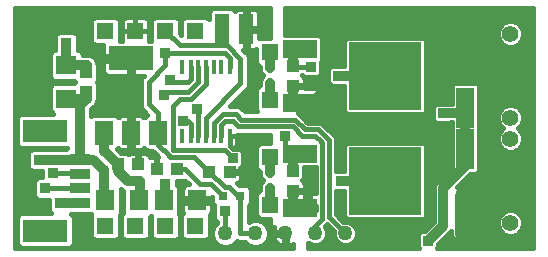
<source format=gbr>
G75*
%MOIN*%
%OFA0B0*%
%FSLAX25Y25*%
%IPPOS*%
%LPD*%
%AMOC8*
5,1,8,0,0,1.08239X$1,22.5*
%
%ADD10R,0.04331X0.03937*%
%ADD11R,0.05000X0.10000*%
%ADD12C,0.05000*%
%ADD13R,0.24409X0.22835*%
%ADD14R,0.11811X0.06299*%
%ADD15R,0.05600X0.05600*%
%ADD16R,0.01575X0.04724*%
%ADD17C,0.05600*%
%ADD18R,0.03150X0.03150*%
%ADD19R,0.03937X0.04331*%
%ADD20R,0.06299X0.07087*%
%ADD21R,0.07087X0.06299*%
%ADD22R,0.05900X0.07900*%
%ADD23R,0.15000X0.07900*%
%ADD24R,0.06299X0.13780*%
%ADD25R,0.01969X0.02756*%
%ADD26R,0.15000X0.07600*%
%ADD27R,0.07000X0.03600*%
%ADD28C,0.01600*%
%ADD29R,0.03562X0.03562*%
%ADD30C,0.03200*%
%ADD31C,0.10000*%
%ADD32C,0.07000*%
D10*
X0046654Y0030500D03*
X0053346Y0030500D03*
X0077154Y0028000D03*
X0083846Y0028000D03*
X0105000Y0056654D03*
X0105000Y0063346D03*
X0105000Y0021654D03*
X0105000Y0028346D03*
D11*
X0081500Y0075500D03*
X0089500Y0075500D03*
D12*
X0122500Y0007500D03*
X0112500Y0007500D03*
X0092500Y0007500D03*
X0082500Y0007500D03*
X0102500Y0007500D03*
D13*
X0135768Y0060000D03*
X0135768Y0025000D03*
D14*
X0107500Y0069055D03*
X0107500Y0050945D03*
X0107500Y0034055D03*
X0107500Y0015945D03*
D15*
X0062500Y0075000D03*
X0072500Y0075000D03*
X0052500Y0075000D03*
X0042500Y0075000D03*
X0042500Y0010000D03*
X0052500Y0010000D03*
X0062500Y0010000D03*
X0072500Y0010000D03*
X0097500Y0052126D03*
X0097500Y0067874D03*
X0097500Y0017126D03*
X0097500Y0032874D03*
D16*
X0083874Y0063016D03*
X0081118Y0063016D03*
X0078559Y0063016D03*
X0076000Y0063016D03*
X0073441Y0063016D03*
X0070882Y0063016D03*
X0068126Y0063016D03*
X0068126Y0039984D03*
X0070882Y0039984D03*
X0073441Y0039984D03*
X0076000Y0039984D03*
X0078559Y0039984D03*
X0081118Y0039984D03*
X0083874Y0039984D03*
D17*
X0177500Y0046000D03*
X0177500Y0074000D03*
X0177500Y0011000D03*
X0177500Y0039000D03*
D18*
X0081547Y0020000D03*
X0087453Y0020000D03*
D19*
X0059654Y0029000D03*
X0066346Y0029000D03*
X0036000Y0054654D03*
X0036000Y0061346D03*
D20*
X0042488Y0018500D03*
X0053512Y0018500D03*
X0061988Y0018500D03*
X0073012Y0018500D03*
D21*
X0029500Y0052488D03*
X0029500Y0063512D03*
D22*
X0042100Y0041100D03*
X0051100Y0041100D03*
X0060100Y0041100D03*
D23*
X0051000Y0065900D03*
D24*
X0162500Y0049370D03*
X0162500Y0070630D03*
X0162500Y0035630D03*
X0162500Y0014370D03*
D25*
X0097500Y0062756D03*
X0097500Y0057638D03*
X0097500Y0027756D03*
X0097500Y0022638D03*
D26*
X0022445Y0008425D03*
X0022445Y0041654D03*
D27*
X0034177Y0032244D03*
X0034177Y0027402D03*
X0034177Y0022559D03*
X0034177Y0017638D03*
D28*
X0087453Y0020000D02*
X0087500Y0019953D01*
X0061000Y0042000D02*
X0060100Y0041100D01*
X0087453Y0020000D02*
X0087453Y0007547D01*
X0087500Y0007500D01*
X0092500Y0007500D01*
X0083874Y0063016D02*
X0083874Y0066126D01*
X0062500Y0067500D02*
X0082500Y0067500D01*
X0083874Y0066126D01*
X0077154Y0028000D02*
X0082179Y0022975D01*
X0083702Y0022975D01*
X0087453Y0020000D02*
X0086677Y0020000D01*
X0083702Y0022975D01*
X0062500Y0067500D02*
X0062500Y0063500D01*
X0057000Y0058000D01*
X0057000Y0050500D01*
X0060000Y0047500D01*
X0060000Y0041200D01*
X0060100Y0041100D01*
X0060100Y0036989D01*
X0063544Y0033544D01*
X0063661Y0033428D01*
X0063544Y0033544D02*
X0064089Y0033000D01*
X0077154Y0028000D02*
X0072154Y0033000D01*
X0064089Y0033000D01*
X0046741Y0036013D02*
X0047045Y0035710D01*
X0047455Y0035473D01*
X0047913Y0035350D01*
X0050425Y0035350D01*
X0050425Y0040425D01*
X0051775Y0040425D01*
X0051775Y0035350D01*
X0054287Y0035350D01*
X0054745Y0035473D01*
X0055155Y0035710D01*
X0055459Y0036013D01*
X0056322Y0035150D01*
X0057979Y0035150D01*
X0058514Y0034615D01*
X0058514Y0034615D01*
X0060164Y0032965D01*
X0059838Y0032965D01*
X0059838Y0029184D01*
X0059469Y0029184D01*
X0059469Y0032965D01*
X0057448Y0032965D01*
X0057256Y0032914D01*
X0057189Y0033163D01*
X0056952Y0033574D01*
X0056617Y0033909D01*
X0056207Y0034146D01*
X0055749Y0034268D01*
X0053531Y0034268D01*
X0053531Y0030684D01*
X0053162Y0030684D01*
X0053162Y0034268D01*
X0050944Y0034268D01*
X0050486Y0034146D01*
X0050159Y0033957D01*
X0049647Y0034468D01*
X0047776Y0034468D01*
X0046487Y0035758D01*
X0046741Y0036013D01*
X0087497Y0049574D02*
X0086468Y0050000D01*
X0083960Y0050000D01*
X0089086Y0055126D01*
X0089874Y0055914D01*
X0090300Y0056943D01*
X0090300Y0066168D01*
X0089874Y0067197D01*
X0088371Y0068700D01*
X0089050Y0068700D01*
X0089050Y0075050D01*
X0089950Y0075050D01*
X0089950Y0068700D01*
X0092237Y0068700D01*
X0092695Y0068823D01*
X0092700Y0068826D01*
X0092700Y0064246D01*
X0093872Y0063074D01*
X0093900Y0063074D01*
X0093900Y0062040D01*
X0094448Y0060717D01*
X0094516Y0060649D01*
X0094516Y0060550D01*
X0094868Y0060197D01*
X0094516Y0059844D01*
X0094516Y0059745D01*
X0094448Y0059677D01*
X0093900Y0058354D01*
X0093900Y0056926D01*
X0093872Y0056926D01*
X0092700Y0055754D01*
X0092700Y0048498D01*
X0093016Y0048181D01*
X0088890Y0048181D01*
X0087497Y0049574D01*
X0047700Y0013628D02*
X0047700Y0006372D01*
X0048872Y0005200D01*
X0056128Y0005200D01*
X0057300Y0006372D01*
X0057300Y0012957D01*
X0057490Y0012957D01*
X0057700Y0013167D01*
X0057700Y0006372D01*
X0058872Y0005200D01*
X0066128Y0005200D01*
X0067300Y0006372D01*
X0067300Y0013628D01*
X0066969Y0013959D01*
X0067138Y0014128D01*
X0067138Y0022872D01*
X0066281Y0023728D01*
X0066281Y0024835D01*
X0069143Y0024835D01*
X0069174Y0024866D01*
X0070197Y0023843D01*
X0069625Y0023843D01*
X0069167Y0023721D01*
X0068757Y0023484D01*
X0068422Y0023149D01*
X0068185Y0022738D01*
X0068062Y0022280D01*
X0068062Y0019275D01*
X0072237Y0019275D01*
X0072237Y0017725D01*
X0068062Y0017725D01*
X0068062Y0014720D01*
X0068185Y0014262D01*
X0068239Y0014168D01*
X0067700Y0013628D01*
X0067700Y0006372D01*
X0068872Y0005200D01*
X0076128Y0005200D01*
X0077300Y0006372D01*
X0077300Y0013550D01*
X0077602Y0013851D01*
X0077839Y0014262D01*
X0077961Y0014720D01*
X0077961Y0017725D01*
X0073787Y0017725D01*
X0073787Y0019275D01*
X0077961Y0019275D01*
X0077961Y0019626D01*
X0077972Y0019615D01*
X0077972Y0017597D01*
X0078719Y0016850D01*
X0078719Y0012390D01*
X0079700Y0011409D01*
X0079700Y0011064D01*
X0078685Y0010049D01*
X0078000Y0008395D01*
X0078000Y0006605D01*
X0078685Y0004951D01*
X0079951Y0003685D01*
X0081605Y0003000D01*
X0083395Y0003000D01*
X0085049Y0003685D01*
X0086315Y0004951D01*
X0086318Y0004959D01*
X0086943Y0004700D01*
X0088936Y0004700D01*
X0089951Y0003685D01*
X0091605Y0003000D01*
X0093395Y0003000D01*
X0095049Y0003685D01*
X0096315Y0004951D01*
X0097000Y0006605D01*
X0097000Y0008395D01*
X0096315Y0010049D01*
X0095049Y0011315D01*
X0093395Y0012000D01*
X0091605Y0012000D01*
X0090253Y0011440D01*
X0090253Y0016822D01*
X0091028Y0017597D01*
X0091028Y0022403D01*
X0089856Y0023575D01*
X0087062Y0023575D01*
X0086372Y0024265D01*
X0086707Y0024354D01*
X0087117Y0024591D01*
X0087452Y0024926D01*
X0087689Y0025337D01*
X0087812Y0025795D01*
X0087812Y0027816D01*
X0084031Y0027816D01*
X0084031Y0028184D01*
X0087812Y0028184D01*
X0087812Y0028921D01*
X0088781Y0029890D01*
X0088781Y0035110D01*
X0087610Y0036281D01*
X0085866Y0036281D01*
X0086102Y0036517D01*
X0086339Y0036927D01*
X0086461Y0037385D01*
X0086461Y0039984D01*
X0083918Y0039984D01*
X0083918Y0039984D01*
X0086461Y0039984D01*
X0086461Y0040381D01*
X0097500Y0040381D01*
X0097500Y0037674D01*
X0093872Y0037674D01*
X0092700Y0036502D01*
X0092700Y0029246D01*
X0093872Y0028074D01*
X0093900Y0028074D01*
X0093900Y0027040D01*
X0094448Y0025717D01*
X0094516Y0025649D01*
X0094516Y0025550D01*
X0094868Y0025197D01*
X0094516Y0024844D01*
X0094516Y0024745D01*
X0094448Y0024677D01*
X0093900Y0023354D01*
X0093900Y0021926D01*
X0093872Y0021926D01*
X0092700Y0020754D01*
X0092700Y0013498D01*
X0093872Y0012326D01*
X0097500Y0012326D01*
X0097500Y0009500D01*
X0098693Y0009500D01*
X0098515Y0009151D01*
X0098306Y0008507D01*
X0098218Y0007950D01*
X0102050Y0007950D01*
X0102050Y0007050D01*
X0098218Y0007050D01*
X0098306Y0006493D01*
X0098515Y0005849D01*
X0098822Y0005246D01*
X0099220Y0004699D01*
X0099699Y0004220D01*
X0100246Y0003822D01*
X0100849Y0003515D01*
X0101493Y0003306D01*
X0102050Y0003218D01*
X0102050Y0007050D01*
X0102950Y0007050D01*
X0102950Y0003218D01*
X0103507Y0003306D01*
X0104151Y0003515D01*
X0104754Y0003822D01*
X0105000Y0004001D01*
X0105000Y0002500D01*
X0012500Y0002500D01*
X0012500Y0082500D01*
X0097500Y0082500D01*
X0097500Y0072674D01*
X0093872Y0072674D01*
X0093800Y0072602D01*
X0093800Y0075050D01*
X0089950Y0075050D01*
X0089950Y0075950D01*
X0093800Y0075950D01*
X0093800Y0080737D01*
X0093677Y0081195D01*
X0093440Y0081605D01*
X0093105Y0081940D01*
X0092695Y0082177D01*
X0092237Y0082300D01*
X0089950Y0082300D01*
X0089950Y0075950D01*
X0089050Y0075950D01*
X0089050Y0082300D01*
X0086763Y0082300D01*
X0086305Y0082177D01*
X0085895Y0081940D01*
X0085641Y0081687D01*
X0084828Y0082500D01*
X0078172Y0082500D01*
X0077000Y0081328D01*
X0077000Y0078928D01*
X0076128Y0079800D01*
X0068872Y0079800D01*
X0067700Y0078628D01*
X0067700Y0073760D01*
X0067300Y0074160D01*
X0067300Y0078628D01*
X0066128Y0079800D01*
X0058872Y0079800D01*
X0057700Y0078628D01*
X0057700Y0071650D01*
X0057016Y0071650D01*
X0057100Y0071963D01*
X0057100Y0075000D01*
X0052500Y0075000D01*
X0052500Y0075000D01*
X0057100Y0075000D01*
X0057100Y0078037D01*
X0056977Y0078495D01*
X0056740Y0078905D01*
X0056405Y0079240D01*
X0055995Y0079477D01*
X0055537Y0079600D01*
X0052500Y0079600D01*
X0052500Y0075000D01*
X0052500Y0075000D01*
X0052500Y0079600D01*
X0049463Y0079600D01*
X0049005Y0079477D01*
X0048595Y0079240D01*
X0048260Y0078905D01*
X0048023Y0078495D01*
X0047900Y0078037D01*
X0047900Y0075000D01*
X0052500Y0075000D01*
X0052500Y0075000D01*
X0047900Y0075000D01*
X0047900Y0071963D01*
X0047984Y0071650D01*
X0047300Y0071650D01*
X0047300Y0078628D01*
X0046128Y0079800D01*
X0038872Y0079800D01*
X0037700Y0078628D01*
X0037700Y0071372D01*
X0038872Y0070200D01*
X0041730Y0070200D01*
X0041700Y0070087D01*
X0041700Y0066700D01*
X0050200Y0066700D01*
X0050200Y0065100D01*
X0041700Y0065100D01*
X0041700Y0061713D01*
X0041823Y0061255D01*
X0042060Y0060845D01*
X0042395Y0060510D01*
X0042805Y0060273D01*
X0043263Y0060150D01*
X0050200Y0060150D01*
X0050200Y0065100D01*
X0051800Y0065100D01*
X0051800Y0060150D01*
X0055190Y0060150D01*
X0054626Y0059586D01*
X0054200Y0058557D01*
X0054200Y0049943D01*
X0054626Y0048914D01*
X0056490Y0047050D01*
X0056322Y0047050D01*
X0055459Y0046187D01*
X0055155Y0046490D01*
X0054745Y0046727D01*
X0054287Y0046850D01*
X0051775Y0046850D01*
X0051775Y0041775D01*
X0050425Y0041775D01*
X0050425Y0046850D01*
X0047913Y0046850D01*
X0047455Y0046727D01*
X0047045Y0046490D01*
X0046741Y0046187D01*
X0045878Y0047050D01*
X0038322Y0047050D01*
X0037777Y0046506D01*
X0037777Y0048840D01*
X0038574Y0049636D01*
X0038816Y0049784D01*
X0039076Y0050138D01*
X0039387Y0050449D01*
X0039495Y0050711D01*
X0039662Y0050939D01*
X0039766Y0051366D01*
X0039831Y0051523D01*
X0039968Y0051660D01*
X0039968Y0052194D01*
X0040002Y0052330D01*
X0039968Y0052546D01*
X0039968Y0057647D01*
X0039616Y0058000D01*
X0039968Y0058353D01*
X0039968Y0063454D01*
X0040002Y0063670D01*
X0039968Y0063806D01*
X0039968Y0064340D01*
X0039831Y0064477D01*
X0039766Y0064634D01*
X0039662Y0065061D01*
X0039495Y0065289D01*
X0039387Y0065551D01*
X0039076Y0065862D01*
X0038816Y0066216D01*
X0038574Y0066364D01*
X0038374Y0066564D01*
X0037968Y0066732D01*
X0037592Y0066960D01*
X0037312Y0067003D01*
X0037051Y0067112D01*
X0036611Y0067112D01*
X0036177Y0067179D01*
X0035902Y0067112D01*
X0035043Y0067112D01*
X0035043Y0067490D01*
X0033872Y0068661D01*
X0033281Y0068661D01*
X0033281Y0073610D01*
X0032110Y0074781D01*
X0026890Y0074781D01*
X0025719Y0073610D01*
X0025719Y0068661D01*
X0025128Y0068661D01*
X0023957Y0067490D01*
X0023957Y0059534D01*
X0025128Y0058362D01*
X0032031Y0058362D01*
X0032031Y0058353D01*
X0032384Y0058000D01*
X0032031Y0057647D01*
X0032031Y0057638D01*
X0025128Y0057638D01*
X0023957Y0056466D01*
X0023957Y0048510D01*
X0025013Y0047454D01*
X0014116Y0047454D01*
X0012945Y0046282D01*
X0012945Y0037025D01*
X0014116Y0035854D01*
X0029658Y0035854D01*
X0029405Y0035600D01*
X0023291Y0035600D01*
X0023110Y0035781D01*
X0017890Y0035781D01*
X0016719Y0034610D01*
X0016719Y0029390D01*
X0017890Y0028219D01*
X0021219Y0028219D01*
X0021219Y0026281D01*
X0019890Y0026281D01*
X0018719Y0025110D01*
X0018719Y0019890D01*
X0019890Y0018719D01*
X0023719Y0018719D01*
X0023719Y0014890D01*
X0024384Y0014225D01*
X0014116Y0014225D01*
X0012945Y0013054D01*
X0012945Y0003797D01*
X0014116Y0002625D01*
X0030773Y0002625D01*
X0031945Y0003797D01*
X0031945Y0013054D01*
X0031161Y0013838D01*
X0037629Y0013838D01*
X0037769Y0013698D01*
X0037700Y0013628D01*
X0037700Y0006372D01*
X0038872Y0005200D01*
X0046128Y0005200D01*
X0047300Y0006372D01*
X0047300Y0013628D01*
X0047219Y0013709D01*
X0047638Y0014128D01*
X0047638Y0022271D01*
X0047961Y0021948D01*
X0048362Y0021782D01*
X0048362Y0014291D01*
X0047700Y0013628D01*
X0013545Y0003197D02*
X0012500Y0003197D01*
X0031345Y0003197D02*
X0081129Y0003197D01*
X0083871Y0003197D02*
X0091129Y0003197D01*
X0093871Y0003197D02*
X0105000Y0003197D01*
X0012945Y0004796D02*
X0012500Y0004796D01*
X0031945Y0004796D02*
X0078840Y0004796D01*
X0086159Y0004796D02*
X0086712Y0004796D01*
X0096159Y0004796D02*
X0099150Y0004796D01*
X0102050Y0004796D02*
X0102950Y0004796D01*
X0012945Y0006394D02*
X0012500Y0006394D01*
X0031945Y0006394D02*
X0037700Y0006394D01*
X0047300Y0006394D02*
X0047700Y0006394D01*
X0057300Y0006394D02*
X0057700Y0006394D01*
X0067300Y0006394D02*
X0067700Y0006394D01*
X0077300Y0006394D02*
X0078087Y0006394D01*
X0096913Y0006394D02*
X0098338Y0006394D01*
X0102050Y0006394D02*
X0102950Y0006394D01*
X0012945Y0007993D02*
X0012500Y0007993D01*
X0031945Y0007993D02*
X0037700Y0007993D01*
X0047300Y0007993D02*
X0047700Y0007993D01*
X0057300Y0007993D02*
X0057700Y0007993D01*
X0067300Y0007993D02*
X0067700Y0007993D01*
X0077300Y0007993D02*
X0078000Y0007993D01*
X0097000Y0007993D02*
X0098224Y0007993D01*
X0012945Y0009591D02*
X0012500Y0009591D01*
X0031945Y0009591D02*
X0037700Y0009591D01*
X0047300Y0009591D02*
X0047700Y0009591D01*
X0057300Y0009591D02*
X0057700Y0009591D01*
X0067300Y0009591D02*
X0067700Y0009591D01*
X0077300Y0009591D02*
X0078495Y0009591D01*
X0096505Y0009591D02*
X0097500Y0009591D01*
X0012945Y0011190D02*
X0012500Y0011190D01*
X0031945Y0011190D02*
X0037700Y0011190D01*
X0047300Y0011190D02*
X0047700Y0011190D01*
X0057300Y0011190D02*
X0057700Y0011190D01*
X0067300Y0011190D02*
X0067700Y0011190D01*
X0077300Y0011190D02*
X0079700Y0011190D01*
X0095174Y0011190D02*
X0097500Y0011190D01*
X0012945Y0012788D02*
X0012500Y0012788D01*
X0031945Y0012788D02*
X0037700Y0012788D01*
X0047300Y0012788D02*
X0047700Y0012788D01*
X0057300Y0012788D02*
X0057700Y0012788D01*
X0067300Y0012788D02*
X0067700Y0012788D01*
X0077300Y0012788D02*
X0078719Y0012788D01*
X0090253Y0012788D02*
X0093409Y0012788D01*
X0024223Y0014387D02*
X0012500Y0014387D01*
X0047638Y0014387D02*
X0048362Y0014387D01*
X0067138Y0014387D02*
X0068151Y0014387D01*
X0077872Y0014387D02*
X0078719Y0014387D01*
X0090253Y0014387D02*
X0092700Y0014387D01*
X0023719Y0015985D02*
X0012500Y0015985D01*
X0047638Y0015985D02*
X0048362Y0015985D01*
X0067138Y0015985D02*
X0068062Y0015985D01*
X0077961Y0015985D02*
X0078719Y0015985D01*
X0090253Y0015985D02*
X0092700Y0015985D01*
X0023719Y0017584D02*
X0012500Y0017584D01*
X0047638Y0017584D02*
X0048362Y0017584D01*
X0067138Y0017584D02*
X0068062Y0017584D01*
X0077961Y0017584D02*
X0077986Y0017584D01*
X0091014Y0017584D02*
X0092700Y0017584D01*
X0019427Y0019182D02*
X0012500Y0019182D01*
X0047638Y0019182D02*
X0048362Y0019182D01*
X0067138Y0019182D02*
X0072237Y0019182D01*
X0073787Y0019182D02*
X0077972Y0019182D01*
X0091028Y0019182D02*
X0092700Y0019182D01*
X0018719Y0020781D02*
X0012500Y0020781D01*
X0047638Y0020781D02*
X0048362Y0020781D01*
X0067138Y0020781D02*
X0068062Y0020781D01*
X0091028Y0020781D02*
X0092726Y0020781D01*
X0018719Y0022379D02*
X0012500Y0022379D01*
X0067138Y0022379D02*
X0068089Y0022379D01*
X0091028Y0022379D02*
X0093900Y0022379D01*
X0018719Y0023978D02*
X0012500Y0023978D01*
X0066281Y0023978D02*
X0070063Y0023978D01*
X0086659Y0023978D02*
X0094158Y0023978D01*
X0019186Y0025576D02*
X0012500Y0025576D01*
X0087753Y0025576D02*
X0094516Y0025576D01*
X0021219Y0027175D02*
X0012500Y0027175D01*
X0087812Y0027175D02*
X0093900Y0027175D01*
X0017336Y0028773D02*
X0012500Y0028773D01*
X0087812Y0028773D02*
X0093172Y0028773D01*
X0016719Y0030372D02*
X0012500Y0030372D01*
X0059469Y0030372D02*
X0059838Y0030372D01*
X0088781Y0030372D02*
X0092700Y0030372D01*
X0016719Y0031970D02*
X0012500Y0031970D01*
X0053162Y0031970D02*
X0053531Y0031970D01*
X0059469Y0031970D02*
X0059838Y0031970D01*
X0088781Y0031970D02*
X0092700Y0031970D01*
X0016719Y0033569D02*
X0012500Y0033569D01*
X0053162Y0033569D02*
X0053531Y0033569D01*
X0056955Y0033569D02*
X0059560Y0033569D01*
X0088781Y0033569D02*
X0092700Y0033569D01*
X0017277Y0035167D02*
X0012500Y0035167D01*
X0047077Y0035167D02*
X0056304Y0035167D01*
X0088723Y0035167D02*
X0092700Y0035167D01*
X0013204Y0036766D02*
X0012500Y0036766D01*
X0050425Y0036766D02*
X0051775Y0036766D01*
X0086245Y0036766D02*
X0092963Y0036766D01*
X0012945Y0038364D02*
X0012500Y0038364D01*
X0050425Y0038364D02*
X0051775Y0038364D01*
X0086461Y0038364D02*
X0097500Y0038364D01*
X0012945Y0039963D02*
X0012500Y0039963D01*
X0050425Y0039963D02*
X0051775Y0039963D01*
X0086461Y0039963D02*
X0097500Y0039963D01*
X0012945Y0041561D02*
X0012500Y0041561D01*
X0012500Y0043160D02*
X0012945Y0043160D01*
X0050425Y0043160D02*
X0051775Y0043160D01*
X0012945Y0044758D02*
X0012500Y0044758D01*
X0050425Y0044758D02*
X0051775Y0044758D01*
X0013020Y0046357D02*
X0012500Y0046357D01*
X0046572Y0046357D02*
X0046911Y0046357D01*
X0050425Y0046357D02*
X0051775Y0046357D01*
X0055289Y0046357D02*
X0055628Y0046357D01*
X0024512Y0047955D02*
X0012500Y0047955D01*
X0037777Y0047955D02*
X0055585Y0047955D01*
X0023957Y0049554D02*
X0012500Y0049554D01*
X0038491Y0049554D02*
X0054361Y0049554D01*
X0087517Y0049554D02*
X0092700Y0049554D01*
X0023957Y0051152D02*
X0012500Y0051152D01*
X0039714Y0051152D02*
X0054200Y0051152D01*
X0085112Y0051152D02*
X0092700Y0051152D01*
X0023957Y0052751D02*
X0012500Y0052751D01*
X0039968Y0052751D02*
X0054200Y0052751D01*
X0086711Y0052751D02*
X0092700Y0052751D01*
X0023957Y0054349D02*
X0012500Y0054349D01*
X0039968Y0054349D02*
X0054200Y0054349D01*
X0088309Y0054349D02*
X0092700Y0054349D01*
X0023957Y0055948D02*
X0012500Y0055948D01*
X0039968Y0055948D02*
X0054200Y0055948D01*
X0089888Y0055948D02*
X0092893Y0055948D01*
X0025037Y0057546D02*
X0012500Y0057546D01*
X0039968Y0057546D02*
X0054200Y0057546D01*
X0090300Y0057546D02*
X0093900Y0057546D01*
X0024346Y0059145D02*
X0012500Y0059145D01*
X0039968Y0059145D02*
X0054444Y0059145D01*
X0090300Y0059145D02*
X0094228Y0059145D01*
X0023957Y0060743D02*
X0012500Y0060743D01*
X0039968Y0060743D02*
X0042161Y0060743D01*
X0050200Y0060743D02*
X0051800Y0060743D01*
X0090300Y0060743D02*
X0094437Y0060743D01*
X0023957Y0062342D02*
X0012500Y0062342D01*
X0039968Y0062342D02*
X0041700Y0062342D01*
X0050200Y0062342D02*
X0051800Y0062342D01*
X0090300Y0062342D02*
X0093900Y0062342D01*
X0023957Y0063940D02*
X0012500Y0063940D01*
X0039968Y0063940D02*
X0041700Y0063940D01*
X0050200Y0063940D02*
X0051800Y0063940D01*
X0090300Y0063940D02*
X0093005Y0063940D01*
X0023957Y0065539D02*
X0012500Y0065539D01*
X0039392Y0065539D02*
X0050200Y0065539D01*
X0090300Y0065539D02*
X0092700Y0065539D01*
X0023957Y0067137D02*
X0012500Y0067137D01*
X0035043Y0067137D02*
X0036007Y0067137D01*
X0036445Y0067137D02*
X0041700Y0067137D01*
X0089899Y0067137D02*
X0092700Y0067137D01*
X0025719Y0068736D02*
X0012500Y0068736D01*
X0033281Y0068736D02*
X0041700Y0068736D01*
X0089050Y0068736D02*
X0089950Y0068736D01*
X0092371Y0068736D02*
X0092700Y0068736D01*
X0025719Y0070334D02*
X0012500Y0070334D01*
X0033281Y0070334D02*
X0038737Y0070334D01*
X0089050Y0070334D02*
X0089950Y0070334D01*
X0025719Y0071933D02*
X0012500Y0071933D01*
X0033281Y0071933D02*
X0037700Y0071933D01*
X0047300Y0071933D02*
X0047908Y0071933D01*
X0057092Y0071933D02*
X0057700Y0071933D01*
X0089050Y0071933D02*
X0089950Y0071933D01*
X0025719Y0073532D02*
X0012500Y0073532D01*
X0033281Y0073532D02*
X0037700Y0073532D01*
X0047300Y0073532D02*
X0047900Y0073532D01*
X0057100Y0073532D02*
X0057700Y0073532D01*
X0089050Y0073532D02*
X0089950Y0073532D01*
X0093800Y0073532D02*
X0097500Y0073532D01*
X0037700Y0075130D02*
X0012500Y0075130D01*
X0047300Y0075130D02*
X0047900Y0075130D01*
X0052500Y0075130D02*
X0052500Y0075130D01*
X0057100Y0075130D02*
X0057700Y0075130D01*
X0067300Y0075130D02*
X0067700Y0075130D01*
X0089950Y0075130D02*
X0097500Y0075130D01*
X0037700Y0076729D02*
X0012500Y0076729D01*
X0047300Y0076729D02*
X0047900Y0076729D01*
X0052500Y0076729D02*
X0052500Y0076729D01*
X0057100Y0076729D02*
X0057700Y0076729D01*
X0067300Y0076729D02*
X0067700Y0076729D01*
X0089050Y0076729D02*
X0089950Y0076729D01*
X0093800Y0076729D02*
X0097500Y0076729D01*
X0037700Y0078327D02*
X0012500Y0078327D01*
X0047300Y0078327D02*
X0047978Y0078327D01*
X0052500Y0078327D02*
X0052500Y0078327D01*
X0057022Y0078327D02*
X0057700Y0078327D01*
X0067300Y0078327D02*
X0067700Y0078327D01*
X0089050Y0078327D02*
X0089950Y0078327D01*
X0093800Y0078327D02*
X0097500Y0078327D01*
X0077000Y0079926D02*
X0012500Y0079926D01*
X0089050Y0079926D02*
X0089950Y0079926D01*
X0093800Y0079926D02*
X0097500Y0079926D01*
X0077196Y0081524D02*
X0012500Y0081524D01*
X0089050Y0081524D02*
X0089950Y0081524D01*
X0093487Y0081524D02*
X0097500Y0081524D01*
X0083874Y0039984D02*
X0083874Y0036807D01*
X0085000Y0035681D01*
X0087361Y0035681D01*
X0088181Y0034861D01*
X0088181Y0030139D01*
X0087500Y0029458D01*
X0087500Y0027500D01*
X0084346Y0027500D01*
X0083846Y0028000D01*
X0076000Y0039984D02*
X0076000Y0046000D01*
X0087500Y0057500D01*
X0082911Y0070200D02*
X0080000Y0070200D01*
X0087500Y0057500D02*
X0087500Y0065611D01*
X0082911Y0070200D01*
X0081500Y0075500D02*
X0080000Y0074000D01*
X0080000Y0070200D01*
X0062500Y0075000D02*
X0067300Y0070200D01*
X0080000Y0070200D01*
X0162500Y0049370D02*
X0162500Y0035630D01*
X0122983Y0012183D02*
X0148552Y0012183D01*
X0149372Y0013003D01*
X0149372Y0036997D01*
X0148552Y0037817D01*
X0122983Y0037817D01*
X0122163Y0036997D01*
X0122163Y0028181D01*
X0119205Y0028181D01*
X0119205Y0039607D01*
X0114413Y0044400D01*
X0109865Y0044400D01*
X0106725Y0047539D01*
X0106725Y0050170D01*
X0108275Y0050170D01*
X0108275Y0045995D01*
X0113642Y0045995D01*
X0114100Y0046118D01*
X0114511Y0046355D01*
X0114846Y0046690D01*
X0115083Y0047100D01*
X0115205Y0047558D01*
X0115205Y0050170D01*
X0108275Y0050170D01*
X0108275Y0051720D01*
X0115205Y0051720D01*
X0115205Y0054331D01*
X0115083Y0054789D01*
X0114846Y0055200D01*
X0114511Y0055535D01*
X0114100Y0055772D01*
X0113642Y0055894D01*
X0108965Y0055894D01*
X0108965Y0056469D01*
X0105184Y0056469D01*
X0105184Y0056838D01*
X0108965Y0056838D01*
X0108965Y0058859D01*
X0108843Y0059317D01*
X0108606Y0059727D01*
X0108271Y0060062D01*
X0107991Y0060224D01*
X0108113Y0060345D01*
X0108639Y0059819D01*
X0113361Y0059819D01*
X0114181Y0060639D01*
X0114181Y0064701D01*
X0114805Y0065326D01*
X0114805Y0072785D01*
X0113985Y0073605D01*
X0102500Y0073605D01*
X0102500Y0082500D01*
X0185000Y0082500D01*
X0185000Y0002500D01*
X0153042Y0002500D01*
X0153181Y0002639D01*
X0153181Y0003938D01*
X0157543Y0008301D01*
X0157550Y0008318D01*
X0157550Y0007243D01*
X0157673Y0006786D01*
X0157910Y0006375D01*
X0158245Y0006040D01*
X0158656Y0005803D01*
X0159113Y0005680D01*
X0161725Y0005680D01*
X0161725Y0013595D01*
X0163275Y0013595D01*
X0163275Y0005680D01*
X0165887Y0005680D01*
X0166344Y0005803D01*
X0166755Y0006040D01*
X0167090Y0006375D01*
X0167327Y0006786D01*
X0167450Y0007243D01*
X0167450Y0013595D01*
X0163275Y0013595D01*
X0163275Y0015145D01*
X0167450Y0015145D01*
X0167450Y0021497D01*
X0167327Y0021955D01*
X0167090Y0022365D01*
X0166755Y0022700D01*
X0166344Y0022937D01*
X0165887Y0023060D01*
X0163275Y0023060D01*
X0163275Y0015145D01*
X0161725Y0015145D01*
X0161725Y0023060D01*
X0159802Y0023060D01*
X0164083Y0027340D01*
X0166230Y0027340D01*
X0167050Y0028160D01*
X0167050Y0056840D01*
X0166230Y0057660D01*
X0158770Y0057660D01*
X0157950Y0056840D01*
X0157950Y0050500D01*
X0157542Y0050500D01*
X0157361Y0050681D01*
X0152639Y0050681D01*
X0151819Y0049861D01*
X0151819Y0045139D01*
X0152639Y0044319D01*
X0157361Y0044319D01*
X0157542Y0044500D01*
X0157950Y0044500D01*
X0157950Y0029693D01*
X0153301Y0025043D01*
X0152457Y0024199D01*
X0152000Y0023097D01*
X0152000Y0011243D01*
X0148938Y0008181D01*
X0147639Y0008181D01*
X0146819Y0007361D01*
X0146819Y0002639D01*
X0146958Y0002500D01*
X0110000Y0002500D01*
X0110000Y0004485D01*
X0110291Y0004194D01*
X0111724Y0003600D01*
X0113276Y0003600D01*
X0114709Y0004194D01*
X0115806Y0005291D01*
X0116400Y0006724D01*
X0116400Y0008276D01*
X0115806Y0009709D01*
X0115608Y0009907D01*
X0115717Y0010015D01*
X0116295Y0010594D01*
X0118604Y0008285D01*
X0118600Y0008276D01*
X0118600Y0006724D01*
X0119194Y0005291D01*
X0120291Y0004194D01*
X0121724Y0003600D01*
X0123276Y0003600D01*
X0124709Y0004194D01*
X0125806Y0005291D01*
X0126400Y0006724D01*
X0126400Y0008276D01*
X0125806Y0009709D01*
X0124709Y0010806D01*
X0123276Y0011400D01*
X0121724Y0011400D01*
X0121715Y0011396D01*
X0119205Y0013906D01*
X0119205Y0021819D01*
X0122163Y0021819D01*
X0122163Y0013003D01*
X0122983Y0012183D01*
X0167450Y0069855D02*
X0163275Y0069855D01*
X0163275Y0071405D01*
X0167450Y0071405D01*
X0167450Y0077757D01*
X0167327Y0078214D01*
X0167090Y0078625D01*
X0166755Y0078960D01*
X0166344Y0079197D01*
X0165887Y0079320D01*
X0163275Y0079320D01*
X0163275Y0071405D01*
X0161725Y0071405D01*
X0161725Y0079320D01*
X0159113Y0079320D01*
X0158656Y0079197D01*
X0158245Y0078960D01*
X0157910Y0078625D01*
X0157673Y0078214D01*
X0157550Y0077757D01*
X0157550Y0071405D01*
X0161725Y0071405D01*
X0161725Y0069855D01*
X0157550Y0069855D01*
X0157550Y0063503D01*
X0157673Y0063045D01*
X0157910Y0062635D01*
X0158245Y0062300D01*
X0158656Y0062063D01*
X0159113Y0061940D01*
X0161725Y0061940D01*
X0161725Y0069855D01*
X0163275Y0069855D01*
X0163275Y0061940D01*
X0165887Y0061940D01*
X0166344Y0062063D01*
X0166755Y0062300D01*
X0167090Y0062635D01*
X0167327Y0063045D01*
X0167450Y0063503D01*
X0167450Y0069855D01*
X0122983Y0047183D02*
X0148552Y0047183D01*
X0149372Y0048003D01*
X0149372Y0071997D01*
X0148552Y0072817D01*
X0122983Y0072817D01*
X0122163Y0071997D01*
X0122163Y0063181D01*
X0117639Y0063181D01*
X0116819Y0062361D01*
X0116819Y0057639D01*
X0117639Y0056819D01*
X0122163Y0056819D01*
X0122163Y0048003D01*
X0122983Y0047183D01*
X0181700Y0045165D02*
X0181700Y0046835D01*
X0181061Y0048379D01*
X0179879Y0049561D01*
X0178335Y0050200D01*
X0176665Y0050200D01*
X0175121Y0049561D01*
X0173939Y0048379D01*
X0173300Y0046835D01*
X0173300Y0045165D01*
X0173939Y0043621D01*
X0175060Y0042500D01*
X0173939Y0041379D01*
X0173300Y0039835D01*
X0173300Y0038165D01*
X0173939Y0036621D01*
X0175121Y0035439D01*
X0176665Y0034800D01*
X0178335Y0034800D01*
X0179879Y0035439D01*
X0181061Y0036621D01*
X0181700Y0038165D01*
X0181700Y0039835D01*
X0181061Y0041379D01*
X0179940Y0042500D01*
X0181061Y0043621D01*
X0181700Y0045165D01*
X0181700Y0073165D02*
X0181700Y0074835D01*
X0181061Y0076379D01*
X0179879Y0077561D01*
X0178335Y0078200D01*
X0176665Y0078200D01*
X0175121Y0077561D01*
X0173939Y0076379D01*
X0173300Y0074835D01*
X0173300Y0073165D01*
X0173939Y0071621D01*
X0175121Y0070439D01*
X0176665Y0069800D01*
X0178335Y0069800D01*
X0179879Y0070439D01*
X0181061Y0071621D01*
X0181700Y0073165D01*
X0181700Y0010165D02*
X0181700Y0011835D01*
X0181061Y0013379D01*
X0179879Y0014561D01*
X0178335Y0015200D01*
X0176665Y0015200D01*
X0175121Y0014561D01*
X0173939Y0013379D01*
X0173300Y0011835D01*
X0173300Y0010165D01*
X0173939Y0008621D01*
X0175121Y0007439D01*
X0176665Y0006800D01*
X0178335Y0006800D01*
X0179879Y0007439D01*
X0181061Y0008621D01*
X0181700Y0010165D01*
X0108965Y0020894D02*
X0108965Y0021469D01*
X0105184Y0021469D01*
X0105184Y0021838D01*
X0108965Y0021838D01*
X0108965Y0023859D01*
X0108843Y0024317D01*
X0108606Y0024727D01*
X0108271Y0025062D01*
X0107991Y0025224D01*
X0108565Y0025798D01*
X0108565Y0029506D01*
X0112606Y0029506D01*
X0112606Y0020894D01*
X0108965Y0020894D01*
X0108275Y0015170D02*
X0108275Y0016720D01*
X0112606Y0016720D01*
X0112606Y0015170D01*
X0108275Y0015170D01*
X0110000Y0003197D02*
X0146819Y0003197D01*
X0153181Y0003197D02*
X0185000Y0003197D01*
X0119689Y0004796D02*
X0115311Y0004796D01*
X0125311Y0004796D02*
X0146819Y0004796D01*
X0154038Y0004796D02*
X0185000Y0004796D01*
X0118737Y0006394D02*
X0116263Y0006394D01*
X0126263Y0006394D02*
X0146819Y0006394D01*
X0155637Y0006394D02*
X0157899Y0006394D01*
X0161725Y0006394D02*
X0163275Y0006394D01*
X0167101Y0006394D02*
X0185000Y0006394D01*
X0118600Y0007993D02*
X0116400Y0007993D01*
X0126400Y0007993D02*
X0147450Y0007993D01*
X0157235Y0007993D02*
X0157550Y0007993D01*
X0161725Y0007993D02*
X0163275Y0007993D01*
X0167450Y0007993D02*
X0174568Y0007993D01*
X0180432Y0007993D02*
X0185000Y0007993D01*
X0117298Y0009591D02*
X0115855Y0009591D01*
X0125855Y0009591D02*
X0150348Y0009591D01*
X0161725Y0009591D02*
X0163275Y0009591D01*
X0167450Y0009591D02*
X0173538Y0009591D01*
X0181462Y0009591D02*
X0185000Y0009591D01*
X0151947Y0011190D02*
X0123784Y0011190D01*
X0161725Y0011190D02*
X0163275Y0011190D01*
X0167450Y0011190D02*
X0173300Y0011190D01*
X0181700Y0011190D02*
X0185000Y0011190D01*
X0122378Y0012788D02*
X0120323Y0012788D01*
X0149158Y0012788D02*
X0152000Y0012788D01*
X0161725Y0012788D02*
X0163275Y0012788D01*
X0167450Y0012788D02*
X0173695Y0012788D01*
X0181305Y0012788D02*
X0185000Y0012788D01*
X0122163Y0014387D02*
X0119205Y0014387D01*
X0149372Y0014387D02*
X0152000Y0014387D01*
X0163275Y0014387D02*
X0174947Y0014387D01*
X0180053Y0014387D02*
X0185000Y0014387D01*
X0112606Y0015985D02*
X0108275Y0015985D01*
X0119205Y0015985D02*
X0122163Y0015985D01*
X0149372Y0015985D02*
X0152000Y0015985D01*
X0161725Y0015985D02*
X0163275Y0015985D01*
X0167450Y0015985D02*
X0185000Y0015985D01*
X0122163Y0017584D02*
X0119205Y0017584D01*
X0149372Y0017584D02*
X0152000Y0017584D01*
X0161725Y0017584D02*
X0163275Y0017584D01*
X0167450Y0017584D02*
X0185000Y0017584D01*
X0122163Y0019182D02*
X0119205Y0019182D01*
X0149372Y0019182D02*
X0152000Y0019182D01*
X0161725Y0019182D02*
X0163275Y0019182D01*
X0167450Y0019182D02*
X0185000Y0019182D01*
X0122163Y0020781D02*
X0119205Y0020781D01*
X0149372Y0020781D02*
X0152000Y0020781D01*
X0161725Y0020781D02*
X0163275Y0020781D01*
X0167450Y0020781D02*
X0185000Y0020781D01*
X0112606Y0022379D02*
X0108965Y0022379D01*
X0149372Y0022379D02*
X0152000Y0022379D01*
X0161725Y0022379D02*
X0163275Y0022379D01*
X0167076Y0022379D02*
X0185000Y0022379D01*
X0112606Y0023978D02*
X0108934Y0023978D01*
X0149372Y0023978D02*
X0152365Y0023978D01*
X0160720Y0023978D02*
X0185000Y0023978D01*
X0112606Y0025576D02*
X0108343Y0025576D01*
X0149372Y0025576D02*
X0153834Y0025576D01*
X0162319Y0025576D02*
X0185000Y0025576D01*
X0112606Y0027175D02*
X0108565Y0027175D01*
X0149372Y0027175D02*
X0155432Y0027175D01*
X0163917Y0027175D02*
X0185000Y0027175D01*
X0112606Y0028773D02*
X0108565Y0028773D01*
X0119205Y0028773D02*
X0122163Y0028773D01*
X0149372Y0028773D02*
X0157031Y0028773D01*
X0167050Y0028773D02*
X0185000Y0028773D01*
X0122163Y0030372D02*
X0119205Y0030372D01*
X0149372Y0030372D02*
X0157950Y0030372D01*
X0167050Y0030372D02*
X0185000Y0030372D01*
X0122163Y0031970D02*
X0119205Y0031970D01*
X0149372Y0031970D02*
X0157950Y0031970D01*
X0167050Y0031970D02*
X0185000Y0031970D01*
X0122163Y0033569D02*
X0119205Y0033569D01*
X0149372Y0033569D02*
X0157950Y0033569D01*
X0167050Y0033569D02*
X0185000Y0033569D01*
X0122163Y0035167D02*
X0119205Y0035167D01*
X0149372Y0035167D02*
X0157950Y0035167D01*
X0167050Y0035167D02*
X0175778Y0035167D01*
X0179222Y0035167D02*
X0185000Y0035167D01*
X0122163Y0036766D02*
X0119205Y0036766D01*
X0149372Y0036766D02*
X0157950Y0036766D01*
X0167050Y0036766D02*
X0173879Y0036766D01*
X0181121Y0036766D02*
X0185000Y0036766D01*
X0157950Y0038364D02*
X0119205Y0038364D01*
X0167050Y0038364D02*
X0173300Y0038364D01*
X0181700Y0038364D02*
X0185000Y0038364D01*
X0157950Y0039963D02*
X0118850Y0039963D01*
X0167050Y0039963D02*
X0173353Y0039963D01*
X0181647Y0039963D02*
X0185000Y0039963D01*
X0157950Y0041561D02*
X0117251Y0041561D01*
X0167050Y0041561D02*
X0174122Y0041561D01*
X0180878Y0041561D02*
X0185000Y0041561D01*
X0157950Y0043160D02*
X0115653Y0043160D01*
X0167050Y0043160D02*
X0174400Y0043160D01*
X0180599Y0043160D02*
X0185000Y0043160D01*
X0152200Y0044758D02*
X0109506Y0044758D01*
X0167050Y0044758D02*
X0173468Y0044758D01*
X0181532Y0044758D02*
X0185000Y0044758D01*
X0108275Y0046357D02*
X0107908Y0046357D01*
X0114513Y0046357D02*
X0151819Y0046357D01*
X0167050Y0046357D02*
X0173300Y0046357D01*
X0181700Y0046357D02*
X0185000Y0046357D01*
X0108275Y0047955D02*
X0106725Y0047955D01*
X0115205Y0047955D02*
X0122210Y0047955D01*
X0149325Y0047955D02*
X0151819Y0047955D01*
X0167050Y0047955D02*
X0173764Y0047955D01*
X0181236Y0047955D02*
X0185000Y0047955D01*
X0108275Y0049554D02*
X0106725Y0049554D01*
X0115205Y0049554D02*
X0122163Y0049554D01*
X0149372Y0049554D02*
X0151819Y0049554D01*
X0167050Y0049554D02*
X0175114Y0049554D01*
X0179886Y0049554D02*
X0185000Y0049554D01*
X0122163Y0051152D02*
X0108275Y0051152D01*
X0149372Y0051152D02*
X0157950Y0051152D01*
X0167050Y0051152D02*
X0185000Y0051152D01*
X0122163Y0052751D02*
X0115205Y0052751D01*
X0149372Y0052751D02*
X0157950Y0052751D01*
X0167050Y0052751D02*
X0185000Y0052751D01*
X0122163Y0054349D02*
X0115201Y0054349D01*
X0149372Y0054349D02*
X0157950Y0054349D01*
X0167050Y0054349D02*
X0185000Y0054349D01*
X0122163Y0055948D02*
X0108965Y0055948D01*
X0149372Y0055948D02*
X0157950Y0055948D01*
X0167050Y0055948D02*
X0185000Y0055948D01*
X0116911Y0057546D02*
X0108965Y0057546D01*
X0149372Y0057546D02*
X0158657Y0057546D01*
X0166343Y0057546D02*
X0185000Y0057546D01*
X0116819Y0059145D02*
X0108889Y0059145D01*
X0149372Y0059145D02*
X0185000Y0059145D01*
X0116819Y0060743D02*
X0114181Y0060743D01*
X0149372Y0060743D02*
X0185000Y0060743D01*
X0116819Y0062342D02*
X0114181Y0062342D01*
X0149372Y0062342D02*
X0158203Y0062342D01*
X0161725Y0062342D02*
X0163275Y0062342D01*
X0166797Y0062342D02*
X0185000Y0062342D01*
X0122163Y0063940D02*
X0114181Y0063940D01*
X0149372Y0063940D02*
X0157550Y0063940D01*
X0161725Y0063940D02*
X0163275Y0063940D01*
X0167450Y0063940D02*
X0185000Y0063940D01*
X0122163Y0065539D02*
X0114805Y0065539D01*
X0149372Y0065539D02*
X0157550Y0065539D01*
X0161725Y0065539D02*
X0163275Y0065539D01*
X0167450Y0065539D02*
X0185000Y0065539D01*
X0122163Y0067137D02*
X0114805Y0067137D01*
X0149372Y0067137D02*
X0157550Y0067137D01*
X0161725Y0067137D02*
X0163275Y0067137D01*
X0167450Y0067137D02*
X0185000Y0067137D01*
X0122163Y0068736D02*
X0114805Y0068736D01*
X0149372Y0068736D02*
X0157550Y0068736D01*
X0161725Y0068736D02*
X0163275Y0068736D01*
X0167450Y0068736D02*
X0185000Y0068736D01*
X0122163Y0070334D02*
X0114805Y0070334D01*
X0149372Y0070334D02*
X0161725Y0070334D01*
X0163275Y0070334D02*
X0175374Y0070334D01*
X0179626Y0070334D02*
X0185000Y0070334D01*
X0122163Y0071933D02*
X0114805Y0071933D01*
X0149372Y0071933D02*
X0157550Y0071933D01*
X0161725Y0071933D02*
X0163275Y0071933D01*
X0167450Y0071933D02*
X0173810Y0071933D01*
X0181190Y0071933D02*
X0185000Y0071933D01*
X0157550Y0073532D02*
X0114059Y0073532D01*
X0161725Y0073532D02*
X0163275Y0073532D01*
X0167450Y0073532D02*
X0173300Y0073532D01*
X0181700Y0073532D02*
X0185000Y0073532D01*
X0157550Y0075130D02*
X0102500Y0075130D01*
X0161725Y0075130D02*
X0163275Y0075130D01*
X0167450Y0075130D02*
X0173422Y0075130D01*
X0181578Y0075130D02*
X0185000Y0075130D01*
X0157550Y0076729D02*
X0102500Y0076729D01*
X0161725Y0076729D02*
X0163275Y0076729D01*
X0167450Y0076729D02*
X0174289Y0076729D01*
X0180711Y0076729D02*
X0185000Y0076729D01*
X0157738Y0078327D02*
X0102500Y0078327D01*
X0161725Y0078327D02*
X0163275Y0078327D01*
X0167262Y0078327D02*
X0185000Y0078327D01*
X0185000Y0079926D02*
X0102500Y0079926D01*
X0102500Y0081524D02*
X0185000Y0081524D01*
X0105000Y0080000D02*
X0112500Y0080000D01*
X0115000Y0077500D01*
X0117500Y0075000D01*
X0107500Y0050945D02*
X0108445Y0050000D01*
X0117500Y0075000D02*
X0120000Y0075000D01*
X0162500Y0014370D02*
X0166870Y0014370D01*
X0172500Y0020000D01*
X0172500Y0065000D01*
X0170000Y0067500D01*
X0165630Y0067500D01*
X0162500Y0070630D01*
X0117500Y0052500D02*
X0117500Y0055000D01*
X0115000Y0057500D01*
X0115000Y0062500D01*
X0120000Y0067500D01*
X0120000Y0075000D01*
X0111000Y0063000D02*
X0105346Y0063000D01*
X0105000Y0063346D01*
X0070882Y0063016D02*
X0070882Y0058882D01*
X0070000Y0058000D01*
X0064500Y0058000D01*
X0064000Y0058500D01*
X0102500Y0040000D02*
X0102500Y0035000D01*
X0106555Y0035000D01*
X0107500Y0034055D01*
X0073441Y0063016D02*
X0073441Y0057941D01*
X0070000Y0054500D01*
X0063000Y0054500D01*
X0062000Y0053500D01*
X0082500Y0015000D02*
X0082500Y0007500D01*
X0076000Y0063016D02*
X0076000Y0057500D01*
X0076000Y0057389D01*
X0075641Y0057030D02*
X0070911Y0052300D01*
X0076000Y0057500D02*
X0075641Y0057141D01*
X0075641Y0057030D01*
X0066361Y0051319D02*
X0066319Y0051319D01*
X0065000Y0050000D01*
X0066361Y0051319D02*
X0067342Y0052300D01*
X0065000Y0050000D02*
X0065000Y0035200D01*
X0082300Y0035200D01*
X0085000Y0032500D01*
X0070911Y0052300D02*
X0067342Y0052300D01*
X0081589Y0047200D02*
X0085911Y0047200D01*
X0087730Y0045381D01*
X0122500Y0007500D02*
X0117006Y0012994D01*
X0117006Y0038696D01*
X0087730Y0045381D02*
X0105772Y0045381D01*
X0108953Y0042200D01*
X0113501Y0042200D01*
X0117006Y0038696D01*
X0078559Y0039984D02*
X0078559Y0044170D01*
X0081589Y0047200D01*
X0113985Y0038605D02*
X0114806Y0037785D01*
X0112500Y0009910D02*
X0112500Y0007500D01*
X0113985Y0038605D02*
X0113895Y0038605D01*
X0112500Y0040000D01*
X0112500Y0009910D02*
X0114806Y0012215D01*
X0114806Y0037785D01*
X0112500Y0040000D02*
X0108042Y0040000D01*
X0104861Y0043181D01*
X0085000Y0045000D02*
X0086819Y0043181D01*
X0104861Y0043181D01*
X0081118Y0039984D02*
X0081118Y0043618D01*
X0082500Y0045000D01*
X0085000Y0045000D01*
X0025000Y0027500D02*
X0034079Y0027500D01*
X0034177Y0027402D01*
X0073441Y0039984D02*
X0073441Y0048559D01*
X0073000Y0049000D01*
X0034177Y0022559D02*
X0027559Y0022559D01*
X0022500Y0022500D01*
X0070882Y0039984D02*
X0070882Y0044118D01*
X0070000Y0045000D01*
X0068500Y0045000D01*
X0066346Y0029000D02*
X0069000Y0029000D01*
X0074000Y0024000D01*
X0077547Y0024000D01*
X0081547Y0020000D01*
D29*
X0062500Y0067500D03*
X0120000Y0060000D03*
X0121000Y0025000D03*
X0150000Y0005000D03*
X0020500Y0032000D03*
X0155000Y0047500D03*
X0029500Y0071000D03*
X0105000Y0080000D03*
X0027500Y0017500D03*
X0062500Y0024000D03*
X0110000Y0022500D03*
X0117500Y0045000D03*
X0064000Y0058500D03*
X0111000Y0063000D03*
X0102500Y0040000D03*
X0062000Y0053500D03*
X0085000Y0032500D03*
X0082500Y0015000D03*
X0025000Y0027500D03*
X0073000Y0049000D03*
X0022500Y0022500D03*
X0068500Y0045000D03*
D30*
X0097500Y0062756D02*
X0097500Y0067874D01*
X0120000Y0060000D02*
X0135768Y0060000D01*
X0097500Y0032874D02*
X0097500Y0027756D01*
X0121000Y0025000D02*
X0135768Y0025000D01*
X0042488Y0018500D02*
X0043488Y0018512D01*
X0042000Y0020000D01*
X0042000Y0028500D01*
X0038500Y0032000D01*
X0034421Y0032000D01*
X0034177Y0032244D01*
X0029500Y0052488D02*
X0036335Y0052488D01*
X0036000Y0054654D01*
X0034177Y0032244D02*
X0034177Y0050331D01*
X0036335Y0052488D01*
X0162500Y0049370D02*
X0162500Y0042500D01*
X0162500Y0035630D02*
X0162500Y0030000D01*
X0155000Y0022500D01*
X0155000Y0010000D01*
X0150000Y0005000D01*
X0020500Y0032000D02*
X0033933Y0032000D01*
X0034177Y0032244D01*
X0097500Y0022638D02*
X0097500Y0017126D01*
X0097500Y0052126D02*
X0097500Y0057638D01*
X0155000Y0047500D02*
X0160630Y0047500D01*
X0162500Y0049370D01*
X0029500Y0063512D02*
X0036335Y0063512D01*
X0036000Y0061346D01*
X0105000Y0056654D02*
X0105000Y0053445D01*
X0107500Y0050945D01*
X0105000Y0021654D02*
X0105000Y0018445D01*
X0107500Y0015945D01*
X0062500Y0024000D02*
X0062500Y0018988D01*
X0061988Y0018500D01*
X0027500Y0017500D02*
X0034039Y0017500D01*
X0034177Y0017638D01*
X0107500Y0015945D02*
X0109055Y0015945D01*
X0110000Y0015000D01*
X0110000Y0022500D01*
X0114944Y0045000D02*
X0117500Y0045000D01*
X0111563Y0048381D02*
X0110064Y0048381D01*
X0107500Y0050945D01*
X0111563Y0048381D02*
X0114944Y0045000D01*
X0029500Y0063512D02*
X0029500Y0071000D01*
X0105000Y0063346D02*
X0105000Y0066555D01*
X0107500Y0069055D01*
X0105000Y0028346D02*
X0105000Y0032500D01*
X0105945Y0032500D01*
X0107500Y0034055D01*
X0042100Y0041100D02*
X0042100Y0035054D01*
X0046654Y0030500D01*
X0046654Y0028346D01*
X0050000Y0025000D01*
X0054000Y0025000D01*
X0054000Y0019012D01*
X0053512Y0018500D01*
D31*
X0115945Y0050945D02*
X0117500Y0052500D01*
D32*
X0115000Y0077500D02*
X0167500Y0077500D01*
X0167500Y0065000D01*
X0160000Y0065000D01*
X0160000Y0072500D01*
X0160630Y0072500D01*
X0162500Y0070630D01*
X0165000Y0007500D02*
X0162500Y0007500D01*
X0162500Y0014370D01*
X0162500Y0020000D01*
X0165000Y0020000D01*
X0165000Y0010000D01*
M02*

</source>
